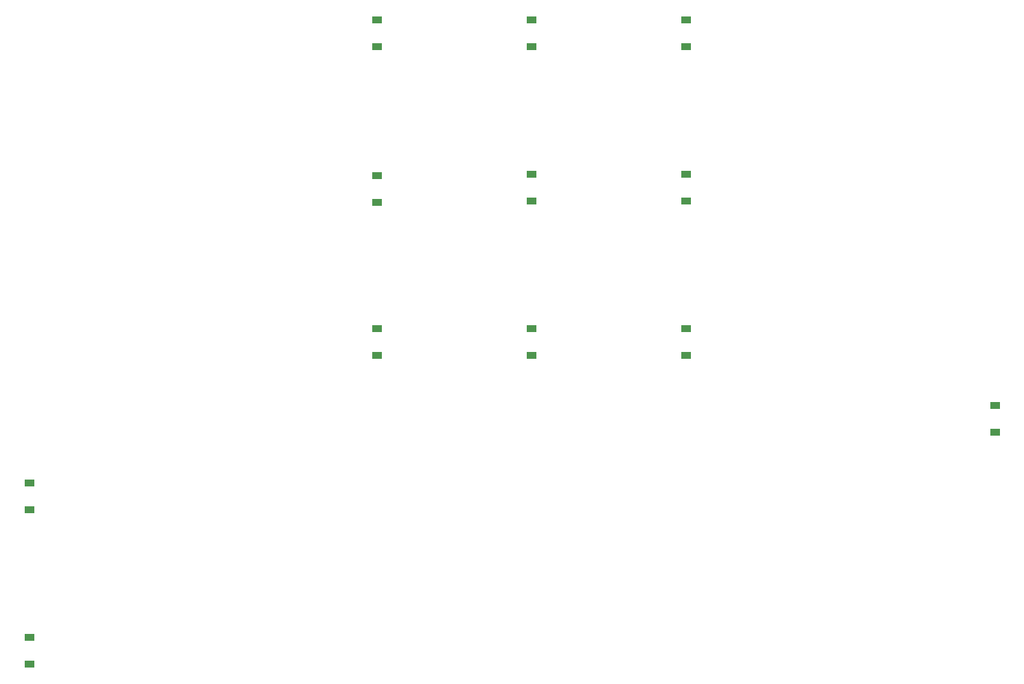
<source format=gbr>
%TF.GenerationSoftware,KiCad,Pcbnew,(5.1.9-0-10_14)*%
%TF.CreationDate,2021-04-13T19:55:37+09:00*%
%TF.ProjectId,IKIDS,494b4944-532e-46b6-9963-61645f706362,rev?*%
%TF.SameCoordinates,Original*%
%TF.FileFunction,Paste,Bot*%
%TF.FilePolarity,Positive*%
%FSLAX46Y46*%
G04 Gerber Fmt 4.6, Leading zero omitted, Abs format (unit mm)*
G04 Created by KiCad (PCBNEW (5.1.9-0-10_14)) date 2021-04-13 19:55:37*
%MOMM*%
%LPD*%
G01*
G04 APERTURE LIST*
%ADD10R,1.200000X0.900000*%
G04 APERTURE END LIST*
D10*
%TO.C,D12*%
X212725000Y-114237500D03*
X212725000Y-117537500D03*
%TD*%
%TO.C,D11*%
X174625000Y-104712500D03*
X174625000Y-108012500D03*
%TD*%
%TO.C,D10*%
X174625000Y-85662500D03*
X174625000Y-88962500D03*
%TD*%
%TO.C,D9*%
X174625000Y-66612500D03*
X174625000Y-69912500D03*
%TD*%
%TO.C,D8*%
X155575000Y-104712500D03*
X155575000Y-108012500D03*
%TD*%
%TO.C,D7*%
X155575000Y-85662500D03*
X155575000Y-88962500D03*
%TD*%
%TO.C,D6*%
X155575000Y-66612500D03*
X155575000Y-69912500D03*
%TD*%
%TO.C,D5*%
X136525000Y-104712500D03*
X136525000Y-108012500D03*
%TD*%
%TO.C,D4*%
X136525000Y-85806250D03*
X136525000Y-89106250D03*
%TD*%
%TO.C,D3*%
X136525000Y-66612500D03*
X136525000Y-69912500D03*
%TD*%
%TO.C,D2*%
X93662500Y-142812500D03*
X93662500Y-146112500D03*
%TD*%
%TO.C,D1*%
X93662500Y-123762500D03*
X93662500Y-127062500D03*
%TD*%
M02*

</source>
